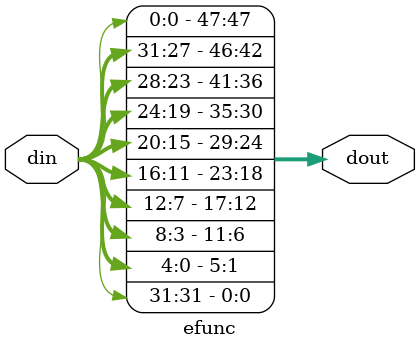
<source format=sv>
/*
File     : efunc.sv
Designer : Dustin Brothers <github.com/rdustinb>
Date     : April 23, 2011
Abstract : This function takes 32-bits and expands it
         to 48 bits as required by the DES/3DES cipher
         algorithm.

-----------------------------------------------------
Description    :
   This is an expansion algorithm according to 
FIPS46-3, page 17. It provides the necessary bit 
widening to match the 48 bits of the key schedule to
be used in an operation after this expansion.

Since DES/3DES operates on 64bit blocks of data, and
the operations are split into the upper-32bits and
lower-32bits, this is where this expansion occurs.

This is the first of two main operations of the
      f(R,K)
operation in the DES/3DES cipher.

ToDo           :
   Complete logic 
   Simulate and verify 

Known Issues   :

-----------------------------------------------------
Development Log
-----------------------------------------------------
Date        Init     Description
-----------------------------------------------------
04/23/11    DB       Initial Design
-----------------------------------------------------
*/

`timescale 1ns/100ps

module efunc(
   input [31:0]   din,
   output [47:0]  dout
   );

   // E Bit Mapping/ Expansion
   assign dout = {
    din[0],din[31],din[30],din[29],din[28],din[27],
   din[28],din[27],din[26],din[25],din[24],din[23],
   din[24],din[23],din[22],din[21],din[20],din[19],
   din[20],din[19],din[18],din[17],din[16],din[15],
   din[16],din[15],din[14],din[13],din[12],din[11],
   din[12],din[11],din[10],din[9], din[8], din[7],
    din[8], din[7], din[6], din[5], din[4], din[3],
    din[4], din[3], din[2], din[1], din[0],din[31]
   };

endmodule

</source>
